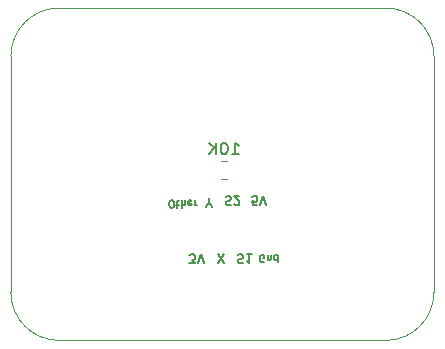
<source format=gbr>
G04 #@! TF.GenerationSoftware,KiCad,Pcbnew,7.0.5*
G04 #@! TF.CreationDate,2023-06-28T23:37:28-05:00*
G04 #@! TF.ProjectId,JoystickBoard,4a6f7973-7469-4636-9b42-6f6172642e6b,rev?*
G04 #@! TF.SameCoordinates,Original*
G04 #@! TF.FileFunction,Legend,Bot*
G04 #@! TF.FilePolarity,Positive*
%FSLAX46Y46*%
G04 Gerber Fmt 4.6, Leading zero omitted, Abs format (unit mm)*
G04 Created by KiCad (PCBNEW 7.0.5) date 2023-06-28 23:37:28*
%MOMM*%
%LPD*%
G01*
G04 APERTURE LIST*
%ADD10C,0.139700*%
%ADD11C,0.127000*%
%ADD12C,0.150000*%
%ADD13C,0.120000*%
G04 #@! TA.AperFunction,Profile*
%ADD14C,0.050000*%
G04 #@! TD*
G04 APERTURE END LIST*
D10*
X150114000Y-108214349D02*
X150622000Y-107452349D01*
X150622000Y-108214349D02*
X150114000Y-107452349D01*
D11*
X146144342Y-103522640D02*
X146265295Y-103522640D01*
X146265295Y-103522640D02*
X146325771Y-103492402D01*
X146325771Y-103492402D02*
X146386247Y-103431926D01*
X146386247Y-103431926D02*
X146416485Y-103310974D01*
X146416485Y-103310974D02*
X146416485Y-103099307D01*
X146416485Y-103099307D02*
X146386247Y-102978355D01*
X146386247Y-102978355D02*
X146325771Y-102917879D01*
X146325771Y-102917879D02*
X146265295Y-102887640D01*
X146265295Y-102887640D02*
X146144342Y-102887640D01*
X146144342Y-102887640D02*
X146083866Y-102917879D01*
X146083866Y-102917879D02*
X146023390Y-102978355D01*
X146023390Y-102978355D02*
X145993152Y-103099307D01*
X145993152Y-103099307D02*
X145993152Y-103310974D01*
X145993152Y-103310974D02*
X146023390Y-103431926D01*
X146023390Y-103431926D02*
X146083866Y-103492402D01*
X146083866Y-103492402D02*
X146144342Y-103522640D01*
X146597914Y-103310974D02*
X146839818Y-103310974D01*
X146688628Y-103522640D02*
X146688628Y-102978355D01*
X146688628Y-102978355D02*
X146718866Y-102917879D01*
X146718866Y-102917879D02*
X146779342Y-102887640D01*
X146779342Y-102887640D02*
X146839818Y-102887640D01*
X147051485Y-102887640D02*
X147051485Y-103522640D01*
X147323628Y-102887640D02*
X147323628Y-103220259D01*
X147323628Y-103220259D02*
X147293390Y-103280736D01*
X147293390Y-103280736D02*
X147232914Y-103310974D01*
X147232914Y-103310974D02*
X147142199Y-103310974D01*
X147142199Y-103310974D02*
X147081723Y-103280736D01*
X147081723Y-103280736D02*
X147051485Y-103250498D01*
X147867914Y-102917879D02*
X147807438Y-102887640D01*
X147807438Y-102887640D02*
X147686485Y-102887640D01*
X147686485Y-102887640D02*
X147626009Y-102917879D01*
X147626009Y-102917879D02*
X147595771Y-102978355D01*
X147595771Y-102978355D02*
X147595771Y-103220259D01*
X147595771Y-103220259D02*
X147626009Y-103280736D01*
X147626009Y-103280736D02*
X147686485Y-103310974D01*
X147686485Y-103310974D02*
X147807438Y-103310974D01*
X147807438Y-103310974D02*
X147867914Y-103280736D01*
X147867914Y-103280736D02*
X147898152Y-103220259D01*
X147898152Y-103220259D02*
X147898152Y-103159783D01*
X147898152Y-103159783D02*
X147595771Y-103099307D01*
X148170295Y-102887640D02*
X148170295Y-103310974D01*
X148170295Y-103190021D02*
X148200533Y-103250498D01*
X148200533Y-103250498D02*
X148230771Y-103280736D01*
X148230771Y-103280736D02*
X148291247Y-103310974D01*
X148291247Y-103310974D02*
X148351724Y-103310974D01*
D10*
X147704629Y-108214349D02*
X148176343Y-108214349D01*
X148176343Y-108214349D02*
X147922343Y-107924063D01*
X147922343Y-107924063D02*
X148031200Y-107924063D01*
X148031200Y-107924063D02*
X148103772Y-107887777D01*
X148103772Y-107887777D02*
X148140057Y-107851492D01*
X148140057Y-107851492D02*
X148176343Y-107778920D01*
X148176343Y-107778920D02*
X148176343Y-107597492D01*
X148176343Y-107597492D02*
X148140057Y-107524920D01*
X148140057Y-107524920D02*
X148103772Y-107488635D01*
X148103772Y-107488635D02*
X148031200Y-107452349D01*
X148031200Y-107452349D02*
X147813486Y-107452349D01*
X147813486Y-107452349D02*
X147740914Y-107488635D01*
X147740914Y-107488635D02*
X147704629Y-107524920D01*
X148394057Y-108214349D02*
X148648057Y-107452349D01*
X148648057Y-107452349D02*
X148902057Y-108214349D01*
X149326600Y-103040006D02*
X149326600Y-102677149D01*
X149072600Y-103439149D02*
X149326600Y-103040006D01*
X149326600Y-103040006D02*
X149580600Y-103439149D01*
X150778028Y-102586435D02*
X150886886Y-102550149D01*
X150886886Y-102550149D02*
X151068314Y-102550149D01*
X151068314Y-102550149D02*
X151140886Y-102586435D01*
X151140886Y-102586435D02*
X151177171Y-102622720D01*
X151177171Y-102622720D02*
X151213457Y-102695292D01*
X151213457Y-102695292D02*
X151213457Y-102767863D01*
X151213457Y-102767863D02*
X151177171Y-102840435D01*
X151177171Y-102840435D02*
X151140886Y-102876720D01*
X151140886Y-102876720D02*
X151068314Y-102913006D01*
X151068314Y-102913006D02*
X150923171Y-102949292D01*
X150923171Y-102949292D02*
X150850600Y-102985577D01*
X150850600Y-102985577D02*
X150814314Y-103021863D01*
X150814314Y-103021863D02*
X150778028Y-103094435D01*
X150778028Y-103094435D02*
X150778028Y-103167006D01*
X150778028Y-103167006D02*
X150814314Y-103239577D01*
X150814314Y-103239577D02*
X150850600Y-103275863D01*
X150850600Y-103275863D02*
X150923171Y-103312149D01*
X150923171Y-103312149D02*
X151104600Y-103312149D01*
X151104600Y-103312149D02*
X151213457Y-103275863D01*
X151503742Y-103239577D02*
X151540028Y-103275863D01*
X151540028Y-103275863D02*
X151612600Y-103312149D01*
X151612600Y-103312149D02*
X151794028Y-103312149D01*
X151794028Y-103312149D02*
X151866600Y-103275863D01*
X151866600Y-103275863D02*
X151902885Y-103239577D01*
X151902885Y-103239577D02*
X151939171Y-103167006D01*
X151939171Y-103167006D02*
X151939171Y-103094435D01*
X151939171Y-103094435D02*
X151902885Y-102985577D01*
X151902885Y-102985577D02*
X151467457Y-102550149D01*
X151467457Y-102550149D02*
X151939171Y-102550149D01*
X151819428Y-107488635D02*
X151928286Y-107452349D01*
X151928286Y-107452349D02*
X152109714Y-107452349D01*
X152109714Y-107452349D02*
X152182286Y-107488635D01*
X152182286Y-107488635D02*
X152218571Y-107524920D01*
X152218571Y-107524920D02*
X152254857Y-107597492D01*
X152254857Y-107597492D02*
X152254857Y-107670063D01*
X152254857Y-107670063D02*
X152218571Y-107742635D01*
X152218571Y-107742635D02*
X152182286Y-107778920D01*
X152182286Y-107778920D02*
X152109714Y-107815206D01*
X152109714Y-107815206D02*
X151964571Y-107851492D01*
X151964571Y-107851492D02*
X151892000Y-107887777D01*
X151892000Y-107887777D02*
X151855714Y-107924063D01*
X151855714Y-107924063D02*
X151819428Y-107996635D01*
X151819428Y-107996635D02*
X151819428Y-108069206D01*
X151819428Y-108069206D02*
X151855714Y-108141777D01*
X151855714Y-108141777D02*
X151892000Y-108178063D01*
X151892000Y-108178063D02*
X151964571Y-108214349D01*
X151964571Y-108214349D02*
X152146000Y-108214349D01*
X152146000Y-108214349D02*
X152254857Y-108178063D01*
X152980571Y-107452349D02*
X152545142Y-107452349D01*
X152762857Y-107452349D02*
X152762857Y-108214349D01*
X152762857Y-108214349D02*
X152690285Y-108105492D01*
X152690285Y-108105492D02*
X152617714Y-108032920D01*
X152617714Y-108032920D02*
X152545142Y-107996635D01*
D11*
X154023785Y-108115202D02*
X153963309Y-108145440D01*
X153963309Y-108145440D02*
X153872595Y-108145440D01*
X153872595Y-108145440D02*
X153781880Y-108115202D01*
X153781880Y-108115202D02*
X153721404Y-108054726D01*
X153721404Y-108054726D02*
X153691166Y-107994250D01*
X153691166Y-107994250D02*
X153660928Y-107873298D01*
X153660928Y-107873298D02*
X153660928Y-107782583D01*
X153660928Y-107782583D02*
X153691166Y-107661631D01*
X153691166Y-107661631D02*
X153721404Y-107601155D01*
X153721404Y-107601155D02*
X153781880Y-107540679D01*
X153781880Y-107540679D02*
X153872595Y-107510440D01*
X153872595Y-107510440D02*
X153933071Y-107510440D01*
X153933071Y-107510440D02*
X154023785Y-107540679D01*
X154023785Y-107540679D02*
X154054023Y-107570917D01*
X154054023Y-107570917D02*
X154054023Y-107782583D01*
X154054023Y-107782583D02*
X153933071Y-107782583D01*
X154326166Y-107933774D02*
X154326166Y-107510440D01*
X154326166Y-107873298D02*
X154356404Y-107903536D01*
X154356404Y-107903536D02*
X154416880Y-107933774D01*
X154416880Y-107933774D02*
X154507595Y-107933774D01*
X154507595Y-107933774D02*
X154568071Y-107903536D01*
X154568071Y-107903536D02*
X154598309Y-107843059D01*
X154598309Y-107843059D02*
X154598309Y-107510440D01*
X155172833Y-107510440D02*
X155172833Y-108145440D01*
X155172833Y-107540679D02*
X155112357Y-107510440D01*
X155112357Y-107510440D02*
X154991404Y-107510440D01*
X154991404Y-107510440D02*
X154930928Y-107540679D01*
X154930928Y-107540679D02*
X154900690Y-107570917D01*
X154900690Y-107570917D02*
X154870452Y-107631393D01*
X154870452Y-107631393D02*
X154870452Y-107812821D01*
X154870452Y-107812821D02*
X154900690Y-107873298D01*
X154900690Y-107873298D02*
X154930928Y-107903536D01*
X154930928Y-107903536D02*
X154991404Y-107933774D01*
X154991404Y-107933774D02*
X155112357Y-107933774D01*
X155112357Y-107933774D02*
X155172833Y-107903536D01*
D10*
X153423257Y-103286749D02*
X153060400Y-103286749D01*
X153060400Y-103286749D02*
X153024114Y-102923892D01*
X153024114Y-102923892D02*
X153060400Y-102960177D01*
X153060400Y-102960177D02*
X153132972Y-102996463D01*
X153132972Y-102996463D02*
X153314400Y-102996463D01*
X153314400Y-102996463D02*
X153386972Y-102960177D01*
X153386972Y-102960177D02*
X153423257Y-102923892D01*
X153423257Y-102923892D02*
X153459543Y-102851320D01*
X153459543Y-102851320D02*
X153459543Y-102669892D01*
X153459543Y-102669892D02*
X153423257Y-102597320D01*
X153423257Y-102597320D02*
X153386972Y-102561035D01*
X153386972Y-102561035D02*
X153314400Y-102524749D01*
X153314400Y-102524749D02*
X153132972Y-102524749D01*
X153132972Y-102524749D02*
X153060400Y-102561035D01*
X153060400Y-102561035D02*
X153024114Y-102597320D01*
X153677257Y-103286749D02*
X153931257Y-102524749D01*
X153931257Y-102524749D02*
X154185257Y-103286749D01*
D12*
X151312476Y-99006819D02*
X151883904Y-99006819D01*
X151598190Y-99006819D02*
X151598190Y-98006819D01*
X151598190Y-98006819D02*
X151693428Y-98149676D01*
X151693428Y-98149676D02*
X151788666Y-98244914D01*
X151788666Y-98244914D02*
X151883904Y-98292533D01*
X150693428Y-98006819D02*
X150598190Y-98006819D01*
X150598190Y-98006819D02*
X150502952Y-98054438D01*
X150502952Y-98054438D02*
X150455333Y-98102057D01*
X150455333Y-98102057D02*
X150407714Y-98197295D01*
X150407714Y-98197295D02*
X150360095Y-98387771D01*
X150360095Y-98387771D02*
X150360095Y-98625866D01*
X150360095Y-98625866D02*
X150407714Y-98816342D01*
X150407714Y-98816342D02*
X150455333Y-98911580D01*
X150455333Y-98911580D02*
X150502952Y-98959200D01*
X150502952Y-98959200D02*
X150598190Y-99006819D01*
X150598190Y-99006819D02*
X150693428Y-99006819D01*
X150693428Y-99006819D02*
X150788666Y-98959200D01*
X150788666Y-98959200D02*
X150836285Y-98911580D01*
X150836285Y-98911580D02*
X150883904Y-98816342D01*
X150883904Y-98816342D02*
X150931523Y-98625866D01*
X150931523Y-98625866D02*
X150931523Y-98387771D01*
X150931523Y-98387771D02*
X150883904Y-98197295D01*
X150883904Y-98197295D02*
X150836285Y-98102057D01*
X150836285Y-98102057D02*
X150788666Y-98054438D01*
X150788666Y-98054438D02*
X150693428Y-98006819D01*
X149931523Y-99006819D02*
X149931523Y-98006819D01*
X149360095Y-99006819D02*
X149788666Y-98435390D01*
X149360095Y-98006819D02*
X149931523Y-98578247D01*
D13*
X150849064Y-101065000D02*
X150394936Y-101065000D01*
X150849064Y-99595000D02*
X150394936Y-99595000D01*
D14*
X132588000Y-110680500D02*
G75*
G03*
X136652000Y-114744500I4064000J0D01*
G01*
X168402000Y-90678000D02*
X168402000Y-110680500D01*
X132588000Y-110680500D02*
X132588000Y-90678000D01*
X164338000Y-114744500D02*
X136652000Y-114744500D01*
X136652000Y-86614000D02*
G75*
G03*
X132588000Y-90678000I0J-4064000D01*
G01*
X164338000Y-86614000D02*
X136652000Y-86614000D01*
X168402000Y-90678000D02*
G75*
G03*
X164338000Y-86614000I-4064000J0D01*
G01*
X164338000Y-114744500D02*
G75*
G03*
X168402000Y-110680500I0J4064000D01*
G01*
M02*

</source>
